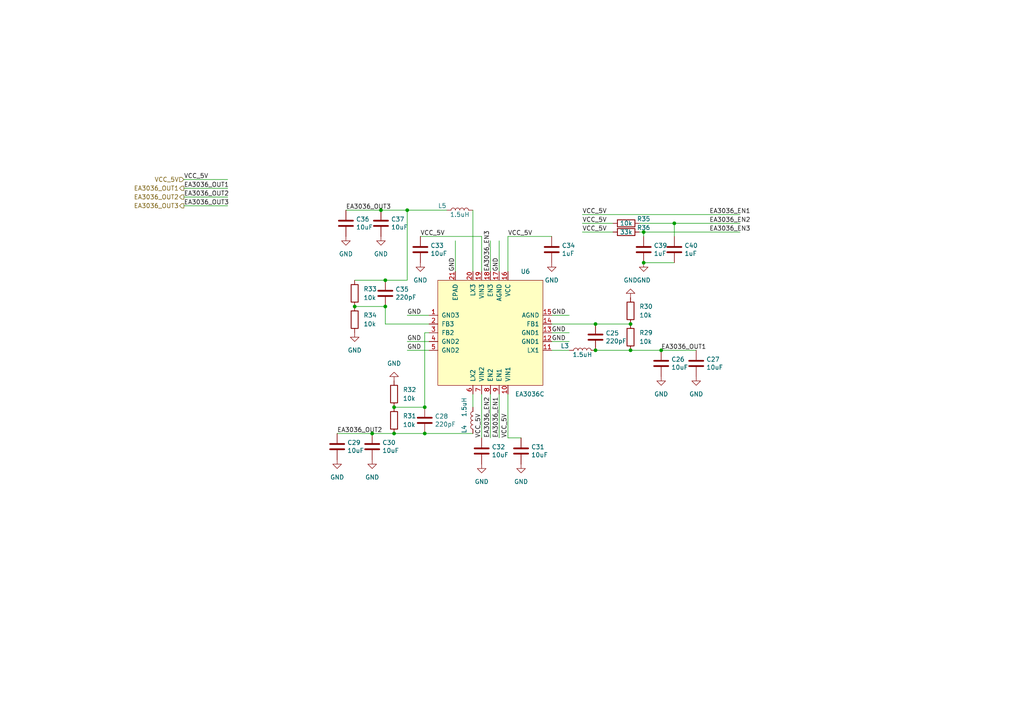
<source format=kicad_sch>
(kicad_sch (version 20230121) (generator eeschema)
  (paper "A4")
  (lib_symbols
    (symbol "Device:C" (pin_numbers hide) (pin_names (offset 0.254))
      (property "Reference" "C" (at 0.635 2.54 0))
      (property "Value" "C" (at 0.635 -2.54 0))
      (symbol "C_0_1"
        (polyline (pts (xy -2.032 -0.762) (xy 2.032 -0.762)) (stroke (width 0.508)))
        (polyline (pts (xy -2.032 0.762) (xy 2.032 0.762)) (stroke (width 0.508)))
      )
      (symbol "C_1_1"
        (pin passive line (at 0 3.81 270) (length 2.794) (name "~") (number "1"))
        (pin passive line (at 0 -3.81 90) (length 2.794) (name "~") (number "2"))
      )
    )
    (symbol "Device:L" (pin_numbers hide) (pin_names (offset 1.016) hide)
      (property "Reference" "L" (at -1.27 0 90))
      (property "Value" "L" (at 1.905 0 90))
      (symbol "L_0_1"
        (arc (start 0 -2.54) (mid 0.6323 -1.905) (end 0 -1.27))
        (arc (start 0 -1.27) (mid 0.6323 -0.635) (end 0 0))
        (arc (start 0 0) (mid 0.6323 0.635) (end 0 1.27))
        (arc (start 0 1.27) (mid 0.6323 1.905) (end 0 2.54))
      )
      (symbol "L_1_1"
        (pin passive line (at 0 3.81 270) (length 1.27) (name "1") (number "1"))
        (pin passive line (at 0 -3.81 90) (length 1.27) (name "2") (number "2"))
      )
    )
    (symbol "Device:R" (pin_numbers hide) (pin_names (offset 0))
      (property "Reference" "R" (at 2.032 0 90))
      (property "Value" "R" (at 0 0 90))
      (symbol "R_0_1"
        (rectangle (start -1.016 -2.54) (end 1.016 2.54) (stroke (width 0.254)))
      )
      (symbol "R_1_1"
        (pin passive line (at 0 3.81 270) (length 1.27) (name "~") (number "1"))
        (pin passive line (at 0 -3.81 90) (length 1.27) (name "~") (number "2"))
      )
    )
    (symbol "power:GND" (power) (pin_names (offset 0))
      (property "Value" "GND" (at 0 -3.81 0))
      (symbol "GND_0_1"
        (polyline (pts (xy 0 0) (xy 0 -1.27) (xy 1.27 -1.27) (xy 0 -2.54) (xy -1.27 -1.27) (xy 0 -1.27)))
      )
      (symbol "GND_1_1"
        (pin power_in line (at 0 0 270) (length 0) hide (name "GND") (number "1"))
      )
    )
    (symbol "vllogic_chip:EA3036C" (pin_names (offset 1.016))
      (property "Reference" "U" (at 12.7 17.78 0))
      (property "Value" "EA3036C" (at 12.7 -17.78 0))
      (symbol "EA3036C_1_1"
        (rectangle (start -15.24 15.24) (end 15.24 -15.24) (fill (type background)))
        (pin bidirectional line (at -17.78 5.08 0) (length 2.54) (name "GND3") (number "1"))
        (pin bidirectional line (at 5.08 -17.78 90) (length 2.54) (name "VIN1") (number "10"))
        (pin bidirectional line (at 17.78 -5.08 180) (length 2.54) (name "LX1") (number "11"))
        (pin bidirectional line (at 17.78 -2.54 180) (length 2.54) (name "GND1") (number "12"))
        (pin bidirectional line (at 17.78 0 180) (length 2.54) (name "GND1") (number "13"))
        (pin bidirectional line (at 17.78 2.54 180) (length 2.54) (name "FB1") (number "14"))
        (pin bidirectional line (at 17.78 5.08 180) (length 2.54) (name "AGND") (number "15"))
        (pin bidirectional line (at 5.08 17.78 270) (length 2.54) (name "VCC") (number "16"))
        (pin bidirectional line (at 2.54 17.78 270) (length 2.54) (name "AGND") (number "17"))
        (pin bidirectional line (at 0 17.78 270) (length 2.54) (name "EN3") (number "18"))
        (pin bidirectional line (at -2.54 17.78 270) (length 2.54) (name "VIN3") (number "19"))
        (pin bidirectional line (at -17.78 2.54 0) (length 2.54) (name "FB3") (number "2"))
        (pin bidirectional line (at -5.08 17.78 270) (length 2.54) (name "LX3") (number "20"))
        (pin bidirectional line (at -10.16 17.78 270) (length 2.54) (name "EPAD") (number "21"))
        (pin bidirectional line (at -17.78 0 0) (length 2.54) (name "FB2") (number "3"))
        (pin bidirectional line (at -17.78 -2.54 0) (length 2.54) (name "GND2") (number "4"))
        (pin bidirectional line (at -17.78 -5.08 0) (length 2.54) (name "GND2") (number "5"))
        (pin bidirectional line (at -5.08 -17.78 90) (length 2.54) (name "LX2") (number "6"))
        (pin bidirectional line (at -2.54 -17.78 90) (length 2.54) (name "VIN2") (number "7"))
        (pin bidirectional line (at 0 -17.78 90) (length 2.54) (name "EN2") (number "8"))
        (pin bidirectional line (at 2.54 -17.78 90) (length 2.54) (name "EN1") (number "9"))
      )
    )
  )
  (junction (at 107.95 125.73))
  (junction (at 123.19 118.11))
  (junction (at 110.49 60.96))
  (junction (at 182.88 93.98))
  (junction (at 172.72 93.98))
  (junction (at 111.76 81.28))
  (junction (at 111.76 88.9))
  (junction (at 114.3 118.11))
  (junction (at 191.77 101.6))
  (junction (at 114.3 125.73))
  (junction (at 102.87 88.9))
  (junction (at 186.69 67.31))
  (junction (at 186.69 76.2))
  (junction (at 195.58 64.77))
  (junction (at 118.11 60.96))
  (junction (at 182.88 101.6))
  (junction (at 172.72 101.6))
  (junction (at 123.19 125.73))
  (wire (pts (xy 168.91 64.77) (xy 177.8 64.77)))
  (wire (pts (xy 118.11 81.28) (xy 118.11 60.96)))
  (wire (pts (xy 147.32 68.58) (xy 160.02 68.58)))
  (wire (pts (xy 111.76 81.28) (xy 118.11 81.28)))
  (wire (pts (xy 121.92 68.58) (xy 139.7 68.58)))
  (wire (pts (xy 160.02 93.98) (xy 172.72 93.98)))
  (wire (pts (xy 100.33 60.96) (xy 110.49 60.96)))
  (wire (pts (xy 151.13 127) (xy 147.32 127)))
  (wire (pts (xy 118.11 101.6) (xy 124.46 101.6)))
  (wire (pts (xy 53.34 57.15) (xy 66.04 57.15)))
  (wire (pts (xy 147.32 78.74) (xy 147.32 68.58)))
  (wire (pts (xy 114.3 118.11) (xy 123.19 118.11)))
  (wire (pts (xy 186.69 67.31) (xy 186.69 68.58)))
  (wire (pts (xy 114.3 125.73) (xy 123.19 125.73)))
  (wire (pts (xy 160.02 91.44) (xy 165.1 91.44)))
  (wire (pts (xy 137.16 118.11) (xy 137.16 114.3)))
  (wire (pts (xy 139.7 127) (xy 139.7 114.3)))
  (wire (pts (xy 118.11 91.44) (xy 124.46 91.44)))
  (wire (pts (xy 144.78 78.74) (xy 144.78 69.85)))
  (wire (pts (xy 118.11 99.06) (xy 124.46 99.06)))
  (wire (pts (xy 144.78 127) (xy 144.78 114.3)))
  (wire (pts (xy 142.24 127) (xy 142.24 114.3)))
  (wire (pts (xy 147.32 127) (xy 147.32 114.3)))
  (wire (pts (xy 182.88 101.6) (xy 191.77 101.6)))
  (wire (pts (xy 53.34 52.07) (xy 66.04 52.07)))
  (wire (pts (xy 102.87 88.9) (xy 111.76 88.9)))
  (wire (pts (xy 110.49 60.96) (xy 118.11 60.96)))
  (wire (pts (xy 186.69 76.2) (xy 195.58 76.2)))
  (wire (pts (xy 53.34 59.69) (xy 66.04 59.69)))
  (wire (pts (xy 168.91 67.31) (xy 177.8 67.31)))
  (wire (pts (xy 111.76 88.9) (xy 111.76 93.98)))
  (wire (pts (xy 111.76 93.98) (xy 124.46 93.98)))
  (wire (pts (xy 186.69 67.31) (xy 214.63 67.31)))
  (wire (pts (xy 160.02 96.52) (xy 165.1 96.52)))
  (wire (pts (xy 168.91 62.23) (xy 214.63 62.23)))
  (wire (pts (xy 107.95 125.73) (xy 114.3 125.73)))
  (wire (pts (xy 102.87 81.28) (xy 111.76 81.28)))
  (wire (pts (xy 123.19 96.52) (xy 124.46 96.52)))
  (wire (pts (xy 142.24 78.74) (xy 142.24 69.85)))
  (wire (pts (xy 172.72 93.98) (xy 182.88 93.98)))
  (wire (pts (xy 186.69 67.31) (xy 185.42 67.31)))
  (wire (pts (xy 118.11 60.96) (xy 129.54 60.96)))
  (wire (pts (xy 137.16 60.96) (xy 137.16 78.74)))
  (wire (pts (xy 53.34 54.61) (xy 66.04 54.61)))
  (wire (pts (xy 191.77 101.6) (xy 201.93 101.6)))
  (wire (pts (xy 132.08 78.74) (xy 132.08 69.85)))
  (wire (pts (xy 123.19 96.52) (xy 123.19 118.11)))
  (wire (pts (xy 185.42 64.77) (xy 195.58 64.77)))
  (wire (pts (xy 172.72 101.6) (xy 182.88 101.6)))
  (wire (pts (xy 160.02 101.6) (xy 165.1 101.6)))
  (wire (pts (xy 97.79 125.73) (xy 107.95 125.73)))
  (wire (pts (xy 139.7 78.74) (xy 139.7 68.58)))
  (wire (pts (xy 123.19 125.73) (xy 137.16 125.73)))
  (wire (pts (xy 160.02 99.06) (xy 165.1 99.06)))
  (wire (pts (xy 195.58 64.77) (xy 195.58 68.58)))
  (wire (pts (xy 195.58 64.77) (xy 214.63 64.77)))
  (label "EA3036_EN2" (at 205.74 64.77 0))
  (label "EA3036_EN1" (at 205.74 62.23 0))
  (label "VCC_5V" (at 168.91 62.23 0))
  (label "GND" (at 160.02 91.44 0))
  (label "GND" (at 118.11 91.44 0))
  (label "VCC_5V" (at 121.92 68.58 0))
  (label "VCC_5V" (at 53.34 52.07 0))
  (label "EA3036_OUT2" (at 97.79 125.73 0))
  (label "GND" (at 144.78 78.74 90))
  (label "EA3036_EN3" (at 142.24 78.74 90))
  (label "GND" (at 118.11 101.6 0))
  (label "VCC_5V" (at 147.32 68.58 0))
  (label "EA3036_EN3" (at 205.74 67.31 0))
  (label "VCC_5V" (at 168.91 64.77 0))
  (label "EA3036_OUT2" (at 53.34 57.15 0))
  (label "VCC_5V" (at 168.91 67.31 0))
  (label "GND" (at 160.02 99.06 0))
  (label "VCC_5V" (at 147.32 127 90))
  (label "GND" (at 160.02 96.52 0))
  (label "GND" (at 118.11 99.06 0))
  (label "EA3036_OUT3" (at 53.34 59.69 0))
  (label "EA3036_OUT1" (at 191.77 101.6 0))
  (label "EA3036_EN1" (at 144.78 127 90))
  (label "GND" (at 132.08 78.74 90))
  (label "EA3036_OUT3" (at 100.33 60.96 0))
  (label "VCC_5V" (at 139.7 127 90))
  (label "EA3036_OUT1" (at 53.34 54.61 0))
  (label "EA3036_EN2" (at 142.24 127 90))
  (hierarchical_label "VCC_5V" (shape input) (at 53.34 52.07 180))
  (hierarchical_label "EA3036_OUT1" (shape output) (at 53.34 54.61 180))
  (hierarchical_label "EA3036_OUT3" (shape output) (at 53.34 59.69 180))
  (hierarchical_label "EA3036_OUT2" (shape output) (at 53.34 57.15 180))
  (symbol (lib_id "Device:C") (at 172.72 97.79 180) (unit 1)
    (property "Reference" "C25" (at 175.641 96.6216 0) (effects (justify right)))
    (property "Value" "220pF" (at 175.641 98.933 0) (effects (justify right)))
    (property "Footprint" "Capacitor_SMD:C_0402_1005Metric" (effects hide))
  )
  (symbol (lib_id "Device:R") (at 181.61 67.31 270) (unit 1)
    (property "Reference" "R36" (at 186.69 66.04 90))
    (property "Value" "33k" (at 181.61 67.31 90))
    (property "Footprint" "Resistor_SMD:R_0402_1005Metric" (effects hide))
  )
  (symbol (lib_id "power:GND") (at 110.49 68.58 0) (unit 1)
    (property "Reference" "#PWR013" (effects hide))
    (property "Value" "GND" (at 110.49 73.66 0))
  )
  (symbol (lib_id "Device:C") (at 110.49 64.77 180) (unit 1)
    (property "Reference" "C37" (at 113.411 63.6016 0) (effects (justify right)))
    (property "Value" "10uF" (at 113.411 65.913 0) (effects (justify right)))
    (property "Footprint" "Capacitor_SMD:C_0402_1005Metric" (effects hide))
  )
  (symbol (lib_id "Device:C") (at 201.93 105.41 180) (unit 1)
    (property "Reference" "C27" (at 204.851 104.2416 0) (effects (justify right)))
    (property "Value" "10uF" (at 204.851 106.553 0) (effects (justify right)))
    (property "Footprint" "Capacitor_SMD:C_0402_1005Metric" (effects hide))
  )
  (symbol (lib_id "Device:C") (at 100.33 64.77 180) (unit 1)
    (property "Reference" "C36" (at 103.251 63.6016 0) (effects (justify right)))
    (property "Value" "10uF" (at 103.251 65.913 0) (effects (justify right)))
    (property "Footprint" "Capacitor_SMD:C_0402_1005Metric" (effects hide))
  )
  (symbol (lib_id "Device:C") (at 195.58 72.39 180) (unit 1)
    (property "Reference" "C40" (at 198.501 71.2216 0) (effects (justify right)))
    (property "Value" "1uF" (at 198.501 73.533 0) (effects (justify right)))
    (property "Footprint" "Capacitor_SMD:C_0402_1005Metric" (effects hide))
  )
  (symbol (lib_id "Device:L") (at 133.35 60.96 90) (unit 1)
    (property "Reference" "L5" (at 128.27 59.69 90))
    (property "Value" "1.5uH" (at 133.35 62.23 90))
    (property "Footprint" "vllogic:L_NR3015" (effects hide))
  )
  (symbol (lib_id "power:GND") (at 201.93 109.22 0) (unit 1)
    (property "Reference" "#PWR038" (effects hide))
    (property "Value" "GND" (at 201.93 114.3 0))
  )
  (symbol (lib_id "power:GND") (at 121.92 76.2 0) (unit 1)
    (property "Reference" "#PWR015" (effects hide))
    (property "Value" "GND" (at 121.92 81.28 0))
  )
  (symbol (lib_id "Device:R") (at 102.87 92.71 0) (unit 1)
    (property "Reference" "R34" (at 105.41 91.44 0) (effects (justify left)))
    (property "Value" "10k" (at 105.41 93.98 0) (effects (justify left)))
    (property "Footprint" "Resistor_SMD:R_0402_1005Metric" (effects hide))
  )
  (symbol (lib_id "power:GND") (at 160.02 76.2 0) (unit 1)
    (property "Reference" "#PWR020" (effects hide))
    (property "Value" "GND" (at 160.02 81.28 0))
  )
  (symbol (lib_id "Device:C") (at 191.77 105.41 180) (unit 1)
    (property "Reference" "C26" (at 194.691 104.2416 0) (effects (justify right)))
    (property "Value" "10uF" (at 194.691 106.553 0) (effects (justify right)))
    (property "Footprint" "Capacitor_SMD:C_0402_1005Metric" (effects hide))
  )
  (symbol (lib_id "Device:L") (at 137.16 121.92 180) (unit 1)
    (property "Reference" "L4" (at 134.62 124.46 90))
    (property "Value" "1.5uH" (at 134.62 118.11 90))
    (property "Footprint" "vllogic:L_NR3015" (effects hide))
  )
  (symbol (lib_id "power:GND") (at 186.69 76.2 0) (unit 1)
    (property "Reference" "#PWR036" (effects hide))
    (property "Value" "GND" (at 186.69 81.28 0))
  )
  (symbol (lib_id "power:GND") (at 97.79 133.35 0) (unit 1)
    (property "Reference" "#PWR08" (effects hide))
    (property "Value" "GND" (at 97.79 138.43 0))
  )
  (symbol (lib_id "Device:R") (at 114.3 114.3 0) (unit 1)
    (property "Reference" "R32" (at 116.84 113.03 0) (effects (justify left)))
    (property "Value" "10k" (at 116.84 115.57 0) (effects (justify left)))
    (property "Footprint" "Resistor_SMD:R_0402_1005Metric" (effects hide))
  )
  (symbol (lib_id "Device:C") (at 160.02 72.39 180) (unit 1)
    (property "Reference" "C34" (at 162.941 71.2216 0) (effects (justify right)))
    (property "Value" "1uF" (at 162.941 73.533 0) (effects (justify right)))
    (property "Footprint" "Capacitor_SMD:C_0402_1005Metric" (effects hide))
  )
  (symbol (lib_id "Device:L") (at 168.91 101.6 90) (unit 1)
    (property "Reference" "L3" (at 163.83 100.33 90))
    (property "Value" "1.5uH" (at 168.91 102.87 90))
    (property "Footprint" "vllogic:L_NR3015" (effects hide))
  )
  (symbol (lib_id "Device:R") (at 182.88 90.17 0) (unit 1)
    (property "Reference" "R30" (at 185.42 88.9 0) (effects (justify left)))
    (property "Value" "10k" (at 185.42 91.44 0) (effects (justify left)))
    (property "Footprint" "Resistor_SMD:R_0402_1005Metric" (effects hide))
  )
  (symbol (lib_id "Device:C") (at 97.79 129.54 180) (unit 1)
    (property "Reference" "C29" (at 100.711 128.3716 0) (effects (justify right)))
    (property "Value" "10uF" (at 100.711 130.683 0) (effects (justify right)))
    (property "Footprint" "Capacitor_SMD:C_0402_1005Metric" (effects hide))
  )
  (symbol (lib_id "power:GND") (at 107.95 133.35 0) (unit 1)
    (property "Reference" "#PWR012" (effects hide))
    (property "Value" "GND" (at 107.95 138.43 0))
  )
  (symbol (lib_id "Device:R") (at 114.3 121.92 0) (unit 1)
    (property "Reference" "R31" (at 116.84 120.65 0) (effects (justify left)))
    (property "Value" "10k" (at 116.84 123.19 0) (effects (justify left)))
    (property "Footprint" "Resistor_SMD:R_0402_1005Metric" (effects hide))
  )
  (symbol (lib_id "power:GND") (at 191.77 109.22 0) (unit 1)
    (property "Reference" "#PWR037" (effects hide))
    (property "Value" "GND" (at 191.77 114.3 0))
  )
  (symbol (lib_id "power:GND") (at 182.88 86.36 180) (unit 1)
    (property "Reference" "#PWR035" (effects hide))
    (property "Value" "GND" (at 182.88 81.28 0))
  )
  (symbol (lib_id "power:GND") (at 100.33 68.58 0) (unit 1)
    (property "Reference" "#PWR010" (effects hide))
    (property "Value" "GND" (at 100.33 73.66 0))
  )
  (symbol (lib_id "Device:C") (at 186.69 72.39 180) (unit 1)
    (property "Reference" "C39" (at 189.611 71.2216 0) (effects (justify right)))
    (property "Value" "1uF" (at 189.611 73.533 0) (effects (justify right)))
    (property "Footprint" "Capacitor_SMD:C_0402_1005Metric" (effects hide))
  )
  (symbol (lib_id "vllogic_chip:EA3036C") (at 142.24 96.52 0) (unit 1)
    (property "Reference" "U6" (at 152.4 78.74 0))
    (property "Value" "EA3036C" (at 153.67 114.3 0))
    (property "Footprint" "Package_DFN_QFN:QFN-20-1EP_3x3mm_P0.4mm_EP1.65x1.65mm" (effects hide))
  )
  (symbol (lib_id "Device:C") (at 151.13 130.81 180) (unit 1)
    (property "Reference" "C31" (at 154.051 129.6416 0) (effects (justify right)))
    (property "Value" "10uF" (at 154.051 131.953 0) (effects (justify right)))
    (property "Footprint" "Capacitor_SMD:C_0402_1005Metric" (effects hide))
  )
  (symbol (lib_id "Device:C") (at 107.95 129.54 180) (unit 1)
    (property "Reference" "C30" (at 110.871 128.3716 0) (effects (justify right)))
    (property "Value" "10uF" (at 110.871 130.683 0) (effects (justify right)))
    (property "Footprint" "Capacitor_SMD:C_0402_1005Metric" (effects hide))
  )
  (symbol (lib_id "Device:C") (at 139.7 130.81 180) (unit 1)
    (property "Reference" "C32" (at 142.621 129.6416 0) (effects (justify right)))
    (property "Value" "10uF" (at 142.621 131.953 0) (effects (justify right)))
    (property "Footprint" "Capacitor_SMD:C_0402_1005Metric" (effects hide))
  )
  (symbol (lib_id "Device:C") (at 123.19 121.92 180) (unit 1)
    (property "Reference" "C28" (at 126.111 120.7516 0) (effects (justify right)))
    (property "Value" "220pF" (at 126.111 123.063 0) (effects (justify right)))
    (property "Footprint" "Capacitor_SMD:C_0402_1005Metric" (effects hide))
  )
  (symbol (lib_id "power:GND") (at 151.13 134.62 0) (unit 1)
    (property "Reference" "#PWR019" (effects hide))
    (property "Value" "GND" (at 151.13 139.7 0))
  )
  (symbol (lib_id "power:GND") (at 102.87 96.52 0) (unit 1)
    (property "Reference" "#PWR011" (effects hide))
    (property "Value" "GND" (at 102.87 101.6 0))
  )
  (symbol (lib_id "power:GND") (at 114.3 110.49 180) (unit 1)
    (property "Reference" "#PWR014" (effects hide))
    (property "Value" "GND" (at 114.3 105.41 0))
  )
  (symbol (lib_id "Device:R") (at 182.88 97.79 0) (unit 1)
    (property "Reference" "R29" (at 185.42 96.52 0) (effects (justify left)))
    (property "Value" "10k" (at 185.42 99.06 0) (effects (justify left)))
    (property "Footprint" "Resistor_SMD:R_0402_1005Metric" (effects hide))
  )
  (symbol (lib_id "Device:R") (at 102.87 85.09 0) (unit 1)
    (property "Reference" "R33" (at 105.41 83.82 0) (effects (justify left)))
    (property "Value" "10k" (at 105.41 86.36 0) (effects (justify left)))
    (property "Footprint" "Resistor_SMD:R_0402_1005Metric" (effects hide))
  )
  (symbol (lib_id "Device:R") (at 181.61 64.77 270) (unit 1)
    (property "Reference" "R35" (at 186.69 63.5 90))
    (property "Value" "10k" (at 181.61 64.77 90))
    (property "Footprint" "Resistor_SMD:R_0402_1005Metric" (effects hide))
  )
  (symbol (lib_id "Device:C") (at 111.76 85.09 180) (unit 1)
    (property "Reference" "C35" (at 114.681 83.9216 0) (effects (justify right)))
    (property "Value" "220pF" (at 114.681 86.233 0) (effects (justify right)))
    (property "Footprint" "Capacitor_SMD:C_0402_1005Metric" (effects hide))
  )
  (symbol (lib_id "Device:C") (at 121.92 72.39 180) (unit 1)
    (property "Reference" "C33" (at 124.841 71.2216 0) (effects (justify right)))
    (property "Value" "10uF" (at 124.841 73.533 0) (effects (justify right)))
    (property "Footprint" "Capacitor_SMD:C_0402_1005Metric" (effects hide))
  )
  (symbol (lib_id "power:GND") (at 139.7 134.62 0) (unit 1)
    (property "Reference" "#PWR018" (effects hide))
    (property "Value" "GND" (at 139.7 139.7 0))
  )
)
</source>
